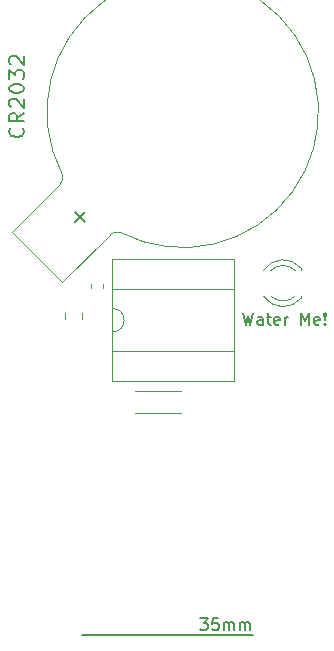
<source format=gbr>
%TF.GenerationSoftware,KiCad,Pcbnew,7.0.8*%
%TF.CreationDate,2024-02-12T20:34:51+01:00*%
%TF.ProjectId,tiny-plant-sensor,74696e79-2d70-46c6-916e-742d73656e73,rev?*%
%TF.SameCoordinates,Original*%
%TF.FileFunction,Legend,Top*%
%TF.FilePolarity,Positive*%
%FSLAX46Y46*%
G04 Gerber Fmt 4.6, Leading zero omitted, Abs format (unit mm)*
G04 Created by KiCad (PCBNEW 7.0.8) date 2024-02-12 20:34:51*
%MOMM*%
%LPD*%
G01*
G04 APERTURE LIST*
%ADD10C,0.150000*%
%ADD11C,0.200000*%
%ADD12C,0.120000*%
G04 APERTURE END LIST*
D10*
X93000000Y-90750000D02*
X107500000Y-90750000D01*
D11*
X87963223Y-47840326D02*
X88023700Y-47900802D01*
X88023700Y-47900802D02*
X88084176Y-48082231D01*
X88084176Y-48082231D02*
X88084176Y-48203183D01*
X88084176Y-48203183D02*
X88023700Y-48384612D01*
X88023700Y-48384612D02*
X87902747Y-48505564D01*
X87902747Y-48505564D02*
X87781795Y-48566041D01*
X87781795Y-48566041D02*
X87539890Y-48626517D01*
X87539890Y-48626517D02*
X87358461Y-48626517D01*
X87358461Y-48626517D02*
X87116557Y-48566041D01*
X87116557Y-48566041D02*
X86995604Y-48505564D01*
X86995604Y-48505564D02*
X86874652Y-48384612D01*
X86874652Y-48384612D02*
X86814176Y-48203183D01*
X86814176Y-48203183D02*
X86814176Y-48082231D01*
X86814176Y-48082231D02*
X86874652Y-47900802D01*
X86874652Y-47900802D02*
X86935128Y-47840326D01*
X88084176Y-46570326D02*
X87479414Y-46993660D01*
X88084176Y-47296041D02*
X86814176Y-47296041D01*
X86814176Y-47296041D02*
X86814176Y-46812231D01*
X86814176Y-46812231D02*
X86874652Y-46691279D01*
X86874652Y-46691279D02*
X86935128Y-46630802D01*
X86935128Y-46630802D02*
X87056080Y-46570326D01*
X87056080Y-46570326D02*
X87237509Y-46570326D01*
X87237509Y-46570326D02*
X87358461Y-46630802D01*
X87358461Y-46630802D02*
X87418938Y-46691279D01*
X87418938Y-46691279D02*
X87479414Y-46812231D01*
X87479414Y-46812231D02*
X87479414Y-47296041D01*
X86935128Y-46086517D02*
X86874652Y-46026041D01*
X86874652Y-46026041D02*
X86814176Y-45905088D01*
X86814176Y-45905088D02*
X86814176Y-45602707D01*
X86814176Y-45602707D02*
X86874652Y-45481755D01*
X86874652Y-45481755D02*
X86935128Y-45421279D01*
X86935128Y-45421279D02*
X87056080Y-45360802D01*
X87056080Y-45360802D02*
X87177033Y-45360802D01*
X87177033Y-45360802D02*
X87358461Y-45421279D01*
X87358461Y-45421279D02*
X88084176Y-46146993D01*
X88084176Y-46146993D02*
X88084176Y-45360802D01*
X86814176Y-44574612D02*
X86814176Y-44453659D01*
X86814176Y-44453659D02*
X86874652Y-44332707D01*
X86874652Y-44332707D02*
X86935128Y-44272231D01*
X86935128Y-44272231D02*
X87056080Y-44211755D01*
X87056080Y-44211755D02*
X87297985Y-44151278D01*
X87297985Y-44151278D02*
X87600366Y-44151278D01*
X87600366Y-44151278D02*
X87842271Y-44211755D01*
X87842271Y-44211755D02*
X87963223Y-44272231D01*
X87963223Y-44272231D02*
X88023700Y-44332707D01*
X88023700Y-44332707D02*
X88084176Y-44453659D01*
X88084176Y-44453659D02*
X88084176Y-44574612D01*
X88084176Y-44574612D02*
X88023700Y-44695564D01*
X88023700Y-44695564D02*
X87963223Y-44756040D01*
X87963223Y-44756040D02*
X87842271Y-44816517D01*
X87842271Y-44816517D02*
X87600366Y-44876993D01*
X87600366Y-44876993D02*
X87297985Y-44876993D01*
X87297985Y-44876993D02*
X87056080Y-44816517D01*
X87056080Y-44816517D02*
X86935128Y-44756040D01*
X86935128Y-44756040D02*
X86874652Y-44695564D01*
X86874652Y-44695564D02*
X86814176Y-44574612D01*
X86814176Y-43727945D02*
X86814176Y-42941754D01*
X86814176Y-42941754D02*
X87297985Y-43365088D01*
X87297985Y-43365088D02*
X87297985Y-43183659D01*
X87297985Y-43183659D02*
X87358461Y-43062707D01*
X87358461Y-43062707D02*
X87418938Y-43002231D01*
X87418938Y-43002231D02*
X87539890Y-42941754D01*
X87539890Y-42941754D02*
X87842271Y-42941754D01*
X87842271Y-42941754D02*
X87963223Y-43002231D01*
X87963223Y-43002231D02*
X88023700Y-43062707D01*
X88023700Y-43062707D02*
X88084176Y-43183659D01*
X88084176Y-43183659D02*
X88084176Y-43546516D01*
X88084176Y-43546516D02*
X88023700Y-43667469D01*
X88023700Y-43667469D02*
X87963223Y-43727945D01*
X86935128Y-42457945D02*
X86874652Y-42397469D01*
X86874652Y-42397469D02*
X86814176Y-42276516D01*
X86814176Y-42276516D02*
X86814176Y-41974135D01*
X86814176Y-41974135D02*
X86874652Y-41853183D01*
X86874652Y-41853183D02*
X86935128Y-41792707D01*
X86935128Y-41792707D02*
X87056080Y-41732230D01*
X87056080Y-41732230D02*
X87177033Y-41732230D01*
X87177033Y-41732230D02*
X87358461Y-41792707D01*
X87358461Y-41792707D02*
X88084176Y-42518421D01*
X88084176Y-42518421D02*
X88084176Y-41732230D01*
D10*
X102991541Y-89369819D02*
X103610588Y-89369819D01*
X103610588Y-89369819D02*
X103277255Y-89750771D01*
X103277255Y-89750771D02*
X103420112Y-89750771D01*
X103420112Y-89750771D02*
X103515350Y-89798390D01*
X103515350Y-89798390D02*
X103562969Y-89846009D01*
X103562969Y-89846009D02*
X103610588Y-89941247D01*
X103610588Y-89941247D02*
X103610588Y-90179342D01*
X103610588Y-90179342D02*
X103562969Y-90274580D01*
X103562969Y-90274580D02*
X103515350Y-90322200D01*
X103515350Y-90322200D02*
X103420112Y-90369819D01*
X103420112Y-90369819D02*
X103134398Y-90369819D01*
X103134398Y-90369819D02*
X103039160Y-90322200D01*
X103039160Y-90322200D02*
X102991541Y-90274580D01*
X104515350Y-89369819D02*
X104039160Y-89369819D01*
X104039160Y-89369819D02*
X103991541Y-89846009D01*
X103991541Y-89846009D02*
X104039160Y-89798390D01*
X104039160Y-89798390D02*
X104134398Y-89750771D01*
X104134398Y-89750771D02*
X104372493Y-89750771D01*
X104372493Y-89750771D02*
X104467731Y-89798390D01*
X104467731Y-89798390D02*
X104515350Y-89846009D01*
X104515350Y-89846009D02*
X104562969Y-89941247D01*
X104562969Y-89941247D02*
X104562969Y-90179342D01*
X104562969Y-90179342D02*
X104515350Y-90274580D01*
X104515350Y-90274580D02*
X104467731Y-90322200D01*
X104467731Y-90322200D02*
X104372493Y-90369819D01*
X104372493Y-90369819D02*
X104134398Y-90369819D01*
X104134398Y-90369819D02*
X104039160Y-90322200D01*
X104039160Y-90322200D02*
X103991541Y-90274580D01*
X104991541Y-90369819D02*
X104991541Y-89703152D01*
X104991541Y-89798390D02*
X105039160Y-89750771D01*
X105039160Y-89750771D02*
X105134398Y-89703152D01*
X105134398Y-89703152D02*
X105277255Y-89703152D01*
X105277255Y-89703152D02*
X105372493Y-89750771D01*
X105372493Y-89750771D02*
X105420112Y-89846009D01*
X105420112Y-89846009D02*
X105420112Y-90369819D01*
X105420112Y-89846009D02*
X105467731Y-89750771D01*
X105467731Y-89750771D02*
X105562969Y-89703152D01*
X105562969Y-89703152D02*
X105705826Y-89703152D01*
X105705826Y-89703152D02*
X105801065Y-89750771D01*
X105801065Y-89750771D02*
X105848684Y-89846009D01*
X105848684Y-89846009D02*
X105848684Y-90369819D01*
X106324874Y-90369819D02*
X106324874Y-89703152D01*
X106324874Y-89798390D02*
X106372493Y-89750771D01*
X106372493Y-89750771D02*
X106467731Y-89703152D01*
X106467731Y-89703152D02*
X106610588Y-89703152D01*
X106610588Y-89703152D02*
X106705826Y-89750771D01*
X106705826Y-89750771D02*
X106753445Y-89846009D01*
X106753445Y-89846009D02*
X106753445Y-90369819D01*
X106753445Y-89846009D02*
X106801064Y-89750771D01*
X106801064Y-89750771D02*
X106896302Y-89703152D01*
X106896302Y-89703152D02*
X107039159Y-89703152D01*
X107039159Y-89703152D02*
X107134398Y-89750771D01*
X107134398Y-89750771D02*
X107182017Y-89846009D01*
X107182017Y-89846009D02*
X107182017Y-90369819D01*
X106604977Y-63519567D02*
X106843072Y-64519567D01*
X106843072Y-64519567D02*
X107033548Y-63805281D01*
X107033548Y-63805281D02*
X107224024Y-64519567D01*
X107224024Y-64519567D02*
X107462120Y-63519567D01*
X108271643Y-64519567D02*
X108271643Y-63995757D01*
X108271643Y-63995757D02*
X108224024Y-63900519D01*
X108224024Y-63900519D02*
X108128786Y-63852900D01*
X108128786Y-63852900D02*
X107938310Y-63852900D01*
X107938310Y-63852900D02*
X107843072Y-63900519D01*
X108271643Y-64471948D02*
X108176405Y-64519567D01*
X108176405Y-64519567D02*
X107938310Y-64519567D01*
X107938310Y-64519567D02*
X107843072Y-64471948D01*
X107843072Y-64471948D02*
X107795453Y-64376709D01*
X107795453Y-64376709D02*
X107795453Y-64281471D01*
X107795453Y-64281471D02*
X107843072Y-64186233D01*
X107843072Y-64186233D02*
X107938310Y-64138614D01*
X107938310Y-64138614D02*
X108176405Y-64138614D01*
X108176405Y-64138614D02*
X108271643Y-64090995D01*
X108604977Y-63852900D02*
X108985929Y-63852900D01*
X108747834Y-63519567D02*
X108747834Y-64376709D01*
X108747834Y-64376709D02*
X108795453Y-64471948D01*
X108795453Y-64471948D02*
X108890691Y-64519567D01*
X108890691Y-64519567D02*
X108985929Y-64519567D01*
X109700215Y-64471948D02*
X109604977Y-64519567D01*
X109604977Y-64519567D02*
X109414501Y-64519567D01*
X109414501Y-64519567D02*
X109319263Y-64471948D01*
X109319263Y-64471948D02*
X109271644Y-64376709D01*
X109271644Y-64376709D02*
X109271644Y-63995757D01*
X109271644Y-63995757D02*
X109319263Y-63900519D01*
X109319263Y-63900519D02*
X109414501Y-63852900D01*
X109414501Y-63852900D02*
X109604977Y-63852900D01*
X109604977Y-63852900D02*
X109700215Y-63900519D01*
X109700215Y-63900519D02*
X109747834Y-63995757D01*
X109747834Y-63995757D02*
X109747834Y-64090995D01*
X109747834Y-64090995D02*
X109271644Y-64186233D01*
X110176406Y-64519567D02*
X110176406Y-63852900D01*
X110176406Y-64043376D02*
X110224025Y-63948138D01*
X110224025Y-63948138D02*
X110271644Y-63900519D01*
X110271644Y-63900519D02*
X110366882Y-63852900D01*
X110366882Y-63852900D02*
X110462120Y-63852900D01*
X111557359Y-64519567D02*
X111557359Y-63519567D01*
X111557359Y-63519567D02*
X111890692Y-64233852D01*
X111890692Y-64233852D02*
X112224025Y-63519567D01*
X112224025Y-63519567D02*
X112224025Y-64519567D01*
X113081168Y-64471948D02*
X112985930Y-64519567D01*
X112985930Y-64519567D02*
X112795454Y-64519567D01*
X112795454Y-64519567D02*
X112700216Y-64471948D01*
X112700216Y-64471948D02*
X112652597Y-64376709D01*
X112652597Y-64376709D02*
X112652597Y-63995757D01*
X112652597Y-63995757D02*
X112700216Y-63900519D01*
X112700216Y-63900519D02*
X112795454Y-63852900D01*
X112795454Y-63852900D02*
X112985930Y-63852900D01*
X112985930Y-63852900D02*
X113081168Y-63900519D01*
X113081168Y-63900519D02*
X113128787Y-63995757D01*
X113128787Y-63995757D02*
X113128787Y-64090995D01*
X113128787Y-64090995D02*
X112652597Y-64186233D01*
X113557359Y-64424328D02*
X113604978Y-64471948D01*
X113604978Y-64471948D02*
X113557359Y-64519567D01*
X113557359Y-64519567D02*
X113509740Y-64471948D01*
X113509740Y-64471948D02*
X113557359Y-64424328D01*
X113557359Y-64424328D02*
X113557359Y-64519567D01*
X113557359Y-64138614D02*
X113509740Y-63567186D01*
X113509740Y-63567186D02*
X113557359Y-63519567D01*
X113557359Y-63519567D02*
X113604978Y-63567186D01*
X113604978Y-63567186D02*
X113557359Y-64138614D01*
X113557359Y-64138614D02*
X113557359Y-63519567D01*
X92386197Y-55776011D02*
X93194319Y-54967889D01*
X93194319Y-55776011D02*
X92386197Y-54967889D01*
D12*
%TO.C,D101*%
X111565000Y-62236000D02*
X111565000Y-62080000D01*
X111565000Y-59920000D02*
X111565000Y-59764000D01*
X108332666Y-62078608D02*
G75*
G03*
X111564999Y-62235515I1672334J1078608D01*
G01*
X108963871Y-62079836D02*
G75*
G03*
X111045960Y-62079999I1041129J1079836D01*
G01*
X111045960Y-59920001D02*
G75*
G03*
X108963871Y-59920164I-1040960J-1079999D01*
G01*
X111564999Y-59764485D02*
G75*
G03*
X108332666Y-59921392I-1559999J-1235515D01*
G01*
%TO.C,U101*%
X95487338Y-69270937D02*
X105887338Y-69270937D01*
X105887338Y-69270937D02*
X105887338Y-58990937D01*
X95547338Y-66780937D02*
X105827338Y-66780937D01*
X105827338Y-66780937D02*
X105827338Y-61480937D01*
X95547338Y-65130937D02*
X95547338Y-66780937D01*
X95547338Y-61480937D02*
X95547338Y-63130937D01*
X105827338Y-61480937D02*
X95547338Y-61480937D01*
X95487338Y-58990937D02*
X95487338Y-69270937D01*
X105887338Y-58990937D02*
X95487338Y-58990937D01*
X95547338Y-65130937D02*
G75*
G03*
X95547338Y-63130937I0J1000000D01*
G01*
%TO.C,R101*%
X101328413Y-71993331D02*
X97488413Y-71993331D01*
X101328413Y-70153331D02*
X97488413Y-70153331D01*
%TO.C,BT101*%
X87087654Y-56669705D02*
X91118162Y-52639196D01*
X91330294Y-60912345D02*
X87087654Y-56669705D01*
X91330294Y-60912345D02*
X95360803Y-56881837D01*
X96244686Y-56705061D02*
G75*
G03*
X95360803Y-56881837I-309359J-751300D01*
G01*
X91118162Y-52639196D02*
G75*
G03*
X91294939Y-51755312I-574524J574524D01*
G01*
X109641298Y-38358701D02*
G75*
G03*
X91294940Y-51755312I-8128705J-8128689D01*
G01*
X96244687Y-56705059D02*
G75*
G03*
X109641298Y-38358701I5267922J10217653D01*
G01*
%TO.C,C102*%
X94760000Y-61103733D02*
X94760000Y-61396267D01*
X93740000Y-61103733D02*
X93740000Y-61396267D01*
%TO.C,C101*%
X93008950Y-63488748D02*
X93008950Y-64011252D01*
X91538950Y-63488748D02*
X91538950Y-64011252D01*
%TD*%
M02*

</source>
